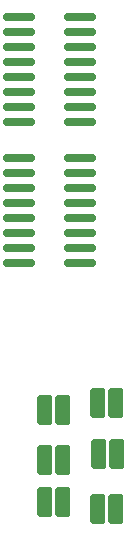
<source format=gbp>
%FSAX24Y24*%
%MOIN*%
G70*
G01*
G75*
G04 Layer_Color=128*
%ADD10O,0.0787X0.0157*%
%ADD11R,0.0354X0.0276*%
G04:AMPARAMS|DCode=12|XSize=23.6mil|YSize=27.6mil|CornerRadius=3mil|HoleSize=0mil|Usage=FLASHONLY|Rotation=0.000|XOffset=0mil|YOffset=0mil|HoleType=Round|Shape=RoundedRectangle|*
%AMROUNDEDRECTD12*
21,1,0.0236,0.0217,0,0,0.0*
21,1,0.0177,0.0276,0,0,0.0*
1,1,0.0059,0.0089,-0.0108*
1,1,0.0059,-0.0089,-0.0108*
1,1,0.0059,-0.0089,0.0108*
1,1,0.0059,0.0089,0.0108*
%
%ADD12ROUNDEDRECTD12*%
%ADD13R,0.0276X0.0354*%
%ADD14R,0.0866X0.0787*%
%ADD15R,0.0512X0.0433*%
%ADD16R,0.0433X0.0512*%
%ADD17R,0.1181X0.0591*%
%ADD18R,0.0354X0.0827*%
%ADD19R,0.1260X0.0827*%
%ADD20C,0.0600*%
%ADD21C,0.0100*%
%ADD22C,0.0150*%
%ADD23R,0.0591X0.0591*%
%ADD24C,0.0591*%
%ADD25O,0.0787X0.2559*%
G04:AMPARAMS|DCode=26|XSize=157.5mil|YSize=118.1mil|CornerRadius=29.5mil|HoleSize=0mil|Usage=FLASHONLY|Rotation=0.000|XOffset=0mil|YOffset=0mil|HoleType=Round|Shape=RoundedRectangle|*
%AMROUNDEDRECTD26*
21,1,0.1575,0.0591,0,0,0.0*
21,1,0.0984,0.1181,0,0,0.0*
1,1,0.0591,0.0492,-0.0295*
1,1,0.0591,-0.0492,-0.0295*
1,1,0.0591,-0.0492,0.0295*
1,1,0.0591,0.0492,0.0295*
%
%ADD26ROUNDEDRECTD26*%
%ADD27O,0.0787X0.1969*%
%ADD28O,0.2126X0.0984*%
G04:AMPARAMS|DCode=29|XSize=236.2mil|YSize=98.4mil|CornerRadius=24.6mil|HoleSize=0mil|Usage=FLASHONLY|Rotation=0.000|XOffset=0mil|YOffset=0mil|HoleType=Round|Shape=RoundedRectangle|*
%AMROUNDEDRECTD29*
21,1,0.2362,0.0492,0,0,0.0*
21,1,0.1870,0.0984,0,0,0.0*
1,1,0.0492,0.0935,-0.0246*
1,1,0.0492,-0.0935,-0.0246*
1,1,0.0492,-0.0935,0.0246*
1,1,0.0492,0.0935,0.0246*
%
%ADD29ROUNDEDRECTD29*%
G04:AMPARAMS|DCode=30|XSize=82.7mil|YSize=82.7mil|CornerRadius=0mil|HoleSize=0mil|Usage=FLASHONLY|Rotation=270.000|XOffset=0mil|YOffset=0mil|HoleType=Round|Shape=Octagon|*
%AMOCTAGOND30*
4,1,8,-0.0207,-0.0413,0.0207,-0.0413,0.0413,-0.0207,0.0413,0.0207,0.0207,0.0413,-0.0207,0.0413,-0.0413,0.0207,-0.0413,-0.0207,-0.0207,-0.0413,0.0*
%
%ADD30OCTAGOND30*%

G04:AMPARAMS|DCode=31|XSize=82.7mil|YSize=82.7mil|CornerRadius=0mil|HoleSize=0mil|Usage=FLASHONLY|Rotation=180.000|XOffset=0mil|YOffset=0mil|HoleType=Round|Shape=Octagon|*
%AMOCTAGOND31*
4,1,8,-0.0413,0.0207,-0.0413,-0.0207,-0.0207,-0.0413,0.0207,-0.0413,0.0413,-0.0207,0.0413,0.0207,0.0207,0.0413,-0.0207,0.0413,-0.0413,0.0207,0.0*
%
%ADD31OCTAGOND31*%

%ADD32C,0.0709*%
%ADD33C,0.0600*%
%ADD34C,0.2500*%
%ADD35C,0.0700*%
%ADD36R,0.0700X0.0700*%
%ADD37R,0.0591X0.0591*%
%ADD38C,0.0500*%
%ADD39C,0.0400*%
%ADD40O,0.1083X0.0276*%
G04:AMPARAMS|DCode=41|XSize=50mil|YSize=100mil|CornerRadius=6.3mil|HoleSize=0mil|Usage=FLASHONLY|Rotation=180.000|XOffset=0mil|YOffset=0mil|HoleType=Round|Shape=RoundedRectangle|*
%AMROUNDEDRECTD41*
21,1,0.0500,0.0875,0,0,180.0*
21,1,0.0375,0.1000,0,0,180.0*
1,1,0.0125,-0.0188,0.0438*
1,1,0.0125,0.0188,0.0438*
1,1,0.0125,0.0188,-0.0438*
1,1,0.0125,-0.0188,-0.0438*
%
%ADD41ROUNDEDRECTD41*%
%ADD42C,0.0300*%
%ADD43C,0.0098*%
%ADD44C,0.0236*%
%ADD45C,0.0050*%
%ADD46C,0.0079*%
%ADD47C,0.0080*%
%ADD48C,0.0060*%
%ADD49C,0.0120*%
%ADD50R,0.1043X0.0482*%
%ADD51R,0.0580X0.2000*%
%ADD52R,0.0680X0.2100*%
%ADD53R,0.0900X0.0250*%
%ADD54R,0.1000X0.0996*%
%ADD55O,0.0867X0.0237*%
%ADD56R,0.0434X0.0356*%
G04:AMPARAMS|DCode=57|XSize=31.6mil|YSize=35.6mil|CornerRadius=7mil|HoleSize=0mil|Usage=FLASHONLY|Rotation=0.000|XOffset=0mil|YOffset=0mil|HoleType=Round|Shape=RoundedRectangle|*
%AMROUNDEDRECTD57*
21,1,0.0316,0.0217,0,0,0.0*
21,1,0.0177,0.0356,0,0,0.0*
1,1,0.0139,0.0089,-0.0108*
1,1,0.0139,-0.0089,-0.0108*
1,1,0.0139,-0.0089,0.0108*
1,1,0.0139,0.0089,0.0108*
%
%ADD57ROUNDEDRECTD57*%
%ADD58R,0.0356X0.0434*%
%ADD59R,0.0946X0.0867*%
%ADD60R,0.0592X0.0513*%
%ADD61R,0.0513X0.0592*%
%ADD62R,0.1261X0.0671*%
%ADD63R,0.0434X0.0907*%
%ADD64R,0.1340X0.0907*%
%ADD65R,0.0671X0.0671*%
%ADD66C,0.0671*%
%ADD67O,0.0867X0.2639*%
G04:AMPARAMS|DCode=68|XSize=165.5mil|YSize=126.1mil|CornerRadius=33.5mil|HoleSize=0mil|Usage=FLASHONLY|Rotation=0.000|XOffset=0mil|YOffset=0mil|HoleType=Round|Shape=RoundedRectangle|*
%AMROUNDEDRECTD68*
21,1,0.1655,0.0591,0,0,0.0*
21,1,0.0984,0.1261,0,0,0.0*
1,1,0.0671,0.0492,-0.0295*
1,1,0.0671,-0.0492,-0.0295*
1,1,0.0671,-0.0492,0.0295*
1,1,0.0671,0.0492,0.0295*
%
%ADD68ROUNDEDRECTD68*%
%ADD69O,0.0867X0.2049*%
%ADD70O,0.2206X0.1064*%
G04:AMPARAMS|DCode=71|XSize=244.2mil|YSize=106.4mil|CornerRadius=28.6mil|HoleSize=0mil|Usage=FLASHONLY|Rotation=0.000|XOffset=0mil|YOffset=0mil|HoleType=Round|Shape=RoundedRectangle|*
%AMROUNDEDRECTD71*
21,1,0.2442,0.0492,0,0,0.0*
21,1,0.1870,0.1064,0,0,0.0*
1,1,0.0572,0.0935,-0.0246*
1,1,0.0572,-0.0935,-0.0246*
1,1,0.0572,-0.0935,0.0246*
1,1,0.0572,0.0935,0.0246*
%
%ADD71ROUNDEDRECTD71*%
G04:AMPARAMS|DCode=72|XSize=90.7mil|YSize=90.7mil|CornerRadius=0mil|HoleSize=0mil|Usage=FLASHONLY|Rotation=270.000|XOffset=0mil|YOffset=0mil|HoleType=Round|Shape=Octagon|*
%AMOCTAGOND72*
4,1,8,-0.0227,-0.0453,0.0227,-0.0453,0.0453,-0.0227,0.0453,0.0227,0.0227,0.0453,-0.0227,0.0453,-0.0453,0.0227,-0.0453,-0.0227,-0.0227,-0.0453,0.0*
%
%ADD72OCTAGOND72*%

G04:AMPARAMS|DCode=73|XSize=90.7mil|YSize=90.7mil|CornerRadius=0mil|HoleSize=0mil|Usage=FLASHONLY|Rotation=180.000|XOffset=0mil|YOffset=0mil|HoleType=Round|Shape=Octagon|*
%AMOCTAGOND73*
4,1,8,-0.0453,0.0227,-0.0453,-0.0227,-0.0227,-0.0453,0.0227,-0.0453,0.0453,-0.0227,0.0453,0.0227,0.0227,0.0453,-0.0227,0.0453,-0.0453,0.0227,0.0*
%
%ADD73OCTAGOND73*%

%ADD74C,0.0789*%
%ADD75C,0.0680*%
%ADD76C,0.2580*%
%ADD77C,0.0780*%
%ADD78R,0.0780X0.0780*%
%ADD79R,0.0671X0.0671*%
G04:AMPARAMS|DCode=80|XSize=118mil|YSize=108mil|CornerRadius=13.5mil|HoleSize=0mil|Usage=FLASHONLY|Rotation=180.000|XOffset=0mil|YOffset=0mil|HoleType=Round|Shape=RoundedRectangle|*
%AMROUNDEDRECTD80*
21,1,0.1180,0.0810,0,0,180.0*
21,1,0.0910,0.1080,0,0,180.0*
1,1,0.0270,-0.0455,0.0405*
1,1,0.0270,0.0455,0.0405*
1,1,0.0270,0.0455,-0.0405*
1,1,0.0270,-0.0455,-0.0405*
%
%ADD80ROUNDEDRECTD80*%
%ADD81O,0.1163X0.0356*%
G04:AMPARAMS|DCode=82|XSize=58mil|YSize=108mil|CornerRadius=10.3mil|HoleSize=0mil|Usage=FLASHONLY|Rotation=180.000|XOffset=0mil|YOffset=0mil|HoleType=Round|Shape=RoundedRectangle|*
%AMROUNDEDRECTD82*
21,1,0.0580,0.0875,0,0,180.0*
21,1,0.0375,0.1080,0,0,180.0*
1,1,0.0205,-0.0188,0.0438*
1,1,0.0205,0.0188,0.0438*
1,1,0.0205,0.0188,-0.0438*
1,1,0.0205,-0.0188,-0.0438*
%
%ADD82ROUNDEDRECTD82*%
D40*
X008996Y008850D02*
D03*
Y009350D02*
D03*
Y009850D02*
D03*
Y010350D02*
D03*
Y010850D02*
D03*
Y011350D02*
D03*
Y011850D02*
D03*
Y012350D02*
D03*
X011004Y008850D02*
D03*
Y009350D02*
D03*
Y009850D02*
D03*
Y010350D02*
D03*
Y010850D02*
D03*
Y011350D02*
D03*
Y011850D02*
D03*
Y012350D02*
D03*
X008996Y013550D02*
D03*
Y014050D02*
D03*
Y014550D02*
D03*
Y015050D02*
D03*
Y015550D02*
D03*
Y016050D02*
D03*
Y016550D02*
D03*
Y017050D02*
D03*
X011004Y013550D02*
D03*
Y014050D02*
D03*
Y014550D02*
D03*
Y015050D02*
D03*
Y015550D02*
D03*
Y016050D02*
D03*
Y016550D02*
D03*
Y017050D02*
D03*
D41*
X010450Y000900D02*
D03*
X009850D02*
D03*
X012200Y000650D02*
D03*
X011600D02*
D03*
X009850Y003950D02*
D03*
X010450D02*
D03*
X009850Y002300D02*
D03*
X010450D02*
D03*
X011600Y004200D02*
D03*
X012200D02*
D03*
X011650Y002500D02*
D03*
X012250D02*
D03*
M02*

</source>
